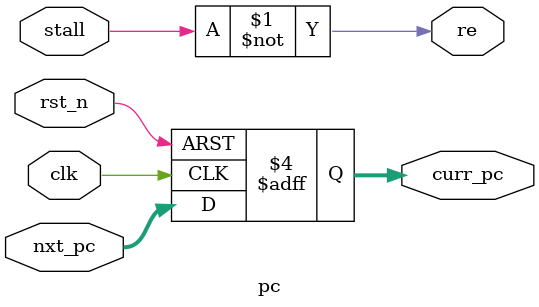
<source format=v>
module pc(
		input clk,
		input rst_n,
		input stall,
		input [21:0] nxt_pc,
		output re,
		output reg [21:0] curr_pc);

	assign re = ~stall;
	
	// Implement the Program Counter
	always @ (posedge clk, negedge rst_n)
		if(!rst_n)
			curr_pc <= 0;
		else
			curr_pc <= nxt_pc;
	
	
endmodule
</source>
